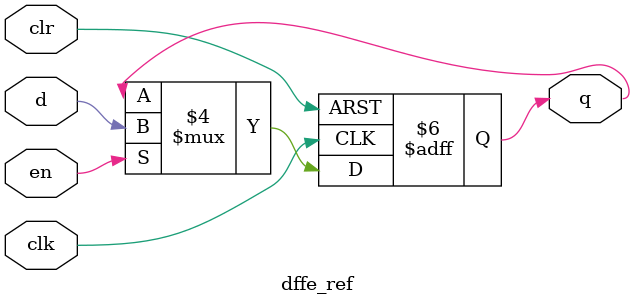
<source format=v>
module dffe_ref (q, d, clk, en, clr);
   
   //Inputs
   input d, clk, en, clr;
   
   //Internal wire
   wire clr;

   //Output
   output q;
   
   //Register
   reg q;

   //Intialize q to 0
   initial
   begin
       q = 1'b0;
   end

   //Set value of q on positive edge of the clock or clear
   always @(posedge clk or posedge clr) begin
       //If clear is high, set q to 0
       if (clr) begin
           q = 1'b0;
       //If enable is high, set q to the value of d
       end else if (en) begin
           q = d;
       end
   end
endmodule
</source>
